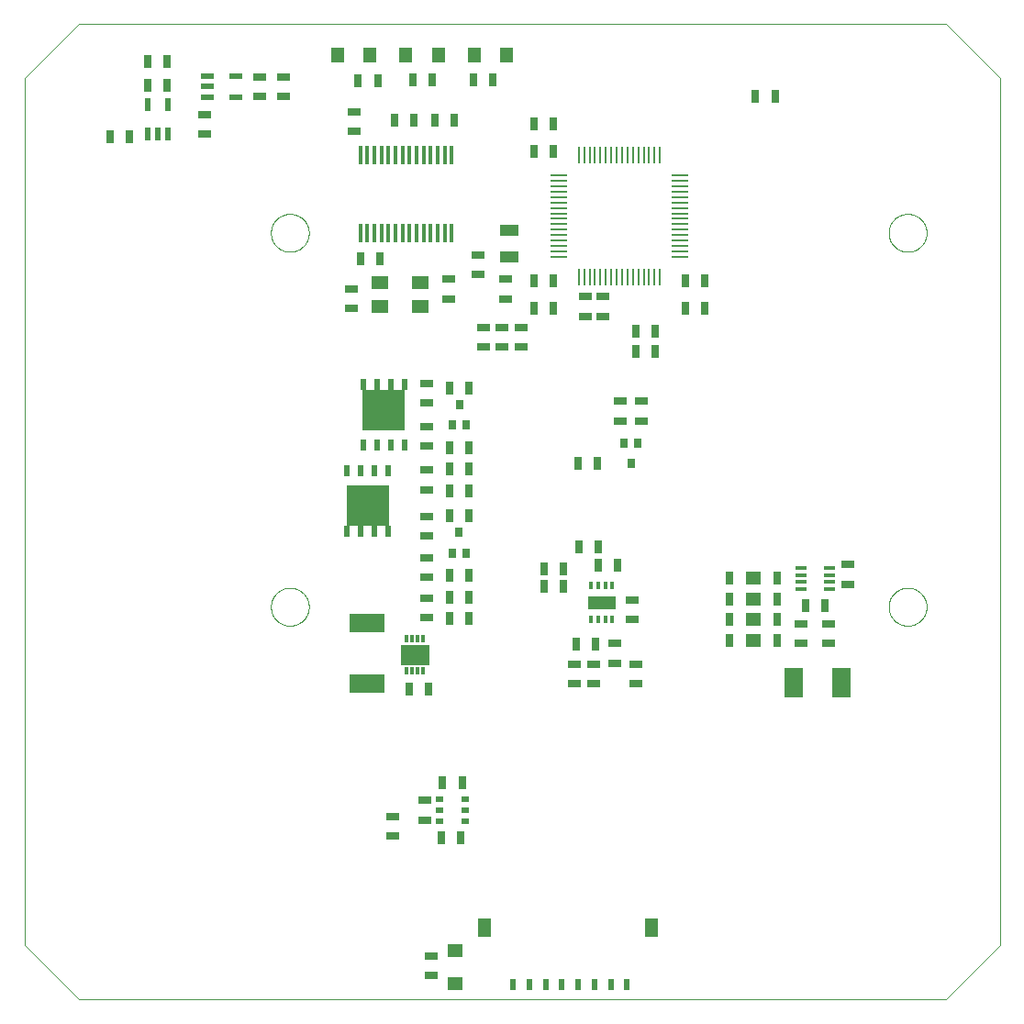
<source format=gtp>
G75*
%MOIN*%
%OFA0B0*%
%FSLAX25Y25*%
%IPPOS*%
%LPD*%
%AMOC8*
5,1,8,0,0,1.08239X$1,22.5*
%
%ADD10R,0.03150X0.04724*%
%ADD11C,0.00000*%
%ADD12R,0.01200X0.03100*%
%ADD13C,0.00100*%
%ADD14R,0.04724X0.02362*%
%ADD15R,0.04724X0.03150*%
%ADD16R,0.02362X0.04724*%
%ADD17R,0.12598X0.07087*%
%ADD18R,0.03937X0.01772*%
%ADD19R,0.01575X0.02756*%
%ADD20R,0.10000X0.05000*%
%ADD21R,0.02756X0.03543*%
%ADD22R,0.07087X0.10630*%
%ADD23R,0.02402X0.04016*%
%ADD24R,0.15394X0.15000*%
%ADD25R,0.00984X0.06102*%
%ADD26R,0.06102X0.00984*%
%ADD27R,0.01575X0.06890*%
%ADD28R,0.07087X0.03937*%
%ADD29R,0.06299X0.04921*%
%ADD30R,0.03937X0.00984*%
%ADD31R,0.00984X0.03937*%
%ADD32R,0.02756X0.02000*%
%ADD33R,0.02362X0.03937*%
%ADD34R,0.04921X0.07087*%
%ADD35R,0.04724X0.05512*%
%ADD36R,0.05512X0.04724*%
D10*
X0142896Y0114117D03*
X0149983Y0114117D03*
X0157502Y0139589D03*
X0164589Y0139589D03*
X0164589Y0147463D03*
X0157502Y0147463D03*
X0157502Y0155337D03*
X0164589Y0155337D03*
X0164589Y0176991D03*
X0157502Y0176991D03*
X0157699Y0186046D03*
X0164786Y0186046D03*
X0164786Y0193920D03*
X0157699Y0193920D03*
X0157699Y0201794D03*
X0164786Y0201794D03*
X0164786Y0223447D03*
X0157699Y0223447D03*
X0188290Y0252384D03*
X0195376Y0252384D03*
X0195376Y0262227D03*
X0188290Y0262227D03*
X0225219Y0243920D03*
X0232306Y0243920D03*
X0232306Y0236636D03*
X0225219Y0236636D03*
X0243250Y0252384D03*
X0250337Y0252384D03*
X0250337Y0262227D03*
X0243250Y0262227D03*
X0195376Y0309471D03*
X0188290Y0309471D03*
X0188290Y0319313D03*
X0195376Y0319313D03*
X0173447Y0335455D03*
X0166361Y0335455D03*
X0151400Y0335455D03*
X0144313Y0335455D03*
X0131518Y0335061D03*
X0124431Y0335061D03*
X0137601Y0320790D03*
X0144687Y0320790D03*
X0152207Y0320790D03*
X0159294Y0320790D03*
X0132286Y0270199D03*
X0125199Y0270199D03*
X0055130Y0333369D03*
X0048044Y0333369D03*
X0048044Y0342119D03*
X0055130Y0342119D03*
X0041380Y0314619D03*
X0034294Y0314619D03*
X0191951Y0157699D03*
X0191951Y0151203D03*
X0199038Y0151203D03*
X0199038Y0157699D03*
X0204550Y0165573D03*
X0211636Y0165573D03*
X0211636Y0159077D03*
X0218723Y0159077D03*
X0210652Y0130337D03*
X0203565Y0130337D03*
X0162148Y0079983D03*
X0155061Y0079983D03*
X0154561Y0059983D03*
X0161648Y0059983D03*
X0259412Y0131695D03*
X0266498Y0131695D03*
X0269412Y0131695D03*
X0276498Y0131695D03*
X0276498Y0139195D03*
X0269412Y0139195D03*
X0266498Y0139195D03*
X0259412Y0139195D03*
X0259412Y0146695D03*
X0266498Y0146695D03*
X0269412Y0146695D03*
X0276498Y0146695D03*
X0276498Y0154195D03*
X0269412Y0154195D03*
X0266498Y0154195D03*
X0259412Y0154195D03*
X0286912Y0144195D03*
X0293998Y0144195D03*
X0211243Y0195888D03*
X0204156Y0195888D03*
X0268802Y0329195D03*
X0275888Y0329195D03*
D11*
X0003172Y0335849D02*
X0003172Y0020888D01*
X0022857Y0001203D01*
X0337817Y0001203D01*
X0357502Y0020888D01*
X0357502Y0335849D01*
X0337817Y0355534D01*
X0022857Y0355534D01*
X0003172Y0335849D01*
X0092738Y0279746D02*
X0092740Y0279915D01*
X0092746Y0280084D01*
X0092757Y0280253D01*
X0092771Y0280421D01*
X0092790Y0280589D01*
X0092813Y0280757D01*
X0092839Y0280924D01*
X0092870Y0281090D01*
X0092905Y0281256D01*
X0092944Y0281420D01*
X0092988Y0281584D01*
X0093035Y0281746D01*
X0093086Y0281907D01*
X0093141Y0282067D01*
X0093200Y0282226D01*
X0093262Y0282383D01*
X0093329Y0282538D01*
X0093400Y0282692D01*
X0093474Y0282844D01*
X0093552Y0282994D01*
X0093633Y0283142D01*
X0093718Y0283288D01*
X0093807Y0283432D01*
X0093899Y0283574D01*
X0093995Y0283713D01*
X0094094Y0283850D01*
X0094196Y0283985D01*
X0094302Y0284117D01*
X0094411Y0284246D01*
X0094523Y0284373D01*
X0094638Y0284497D01*
X0094756Y0284618D01*
X0094877Y0284736D01*
X0095001Y0284851D01*
X0095128Y0284963D01*
X0095257Y0285072D01*
X0095389Y0285178D01*
X0095524Y0285280D01*
X0095661Y0285379D01*
X0095800Y0285475D01*
X0095942Y0285567D01*
X0096086Y0285656D01*
X0096232Y0285741D01*
X0096380Y0285822D01*
X0096530Y0285900D01*
X0096682Y0285974D01*
X0096836Y0286045D01*
X0096991Y0286112D01*
X0097148Y0286174D01*
X0097307Y0286233D01*
X0097467Y0286288D01*
X0097628Y0286339D01*
X0097790Y0286386D01*
X0097954Y0286430D01*
X0098118Y0286469D01*
X0098284Y0286504D01*
X0098450Y0286535D01*
X0098617Y0286561D01*
X0098785Y0286584D01*
X0098953Y0286603D01*
X0099121Y0286617D01*
X0099290Y0286628D01*
X0099459Y0286634D01*
X0099628Y0286636D01*
X0099797Y0286634D01*
X0099966Y0286628D01*
X0100135Y0286617D01*
X0100303Y0286603D01*
X0100471Y0286584D01*
X0100639Y0286561D01*
X0100806Y0286535D01*
X0100972Y0286504D01*
X0101138Y0286469D01*
X0101302Y0286430D01*
X0101466Y0286386D01*
X0101628Y0286339D01*
X0101789Y0286288D01*
X0101949Y0286233D01*
X0102108Y0286174D01*
X0102265Y0286112D01*
X0102420Y0286045D01*
X0102574Y0285974D01*
X0102726Y0285900D01*
X0102876Y0285822D01*
X0103024Y0285741D01*
X0103170Y0285656D01*
X0103314Y0285567D01*
X0103456Y0285475D01*
X0103595Y0285379D01*
X0103732Y0285280D01*
X0103867Y0285178D01*
X0103999Y0285072D01*
X0104128Y0284963D01*
X0104255Y0284851D01*
X0104379Y0284736D01*
X0104500Y0284618D01*
X0104618Y0284497D01*
X0104733Y0284373D01*
X0104845Y0284246D01*
X0104954Y0284117D01*
X0105060Y0283985D01*
X0105162Y0283850D01*
X0105261Y0283713D01*
X0105357Y0283574D01*
X0105449Y0283432D01*
X0105538Y0283288D01*
X0105623Y0283142D01*
X0105704Y0282994D01*
X0105782Y0282844D01*
X0105856Y0282692D01*
X0105927Y0282538D01*
X0105994Y0282383D01*
X0106056Y0282226D01*
X0106115Y0282067D01*
X0106170Y0281907D01*
X0106221Y0281746D01*
X0106268Y0281584D01*
X0106312Y0281420D01*
X0106351Y0281256D01*
X0106386Y0281090D01*
X0106417Y0280924D01*
X0106443Y0280757D01*
X0106466Y0280589D01*
X0106485Y0280421D01*
X0106499Y0280253D01*
X0106510Y0280084D01*
X0106516Y0279915D01*
X0106518Y0279746D01*
X0106516Y0279577D01*
X0106510Y0279408D01*
X0106499Y0279239D01*
X0106485Y0279071D01*
X0106466Y0278903D01*
X0106443Y0278735D01*
X0106417Y0278568D01*
X0106386Y0278402D01*
X0106351Y0278236D01*
X0106312Y0278072D01*
X0106268Y0277908D01*
X0106221Y0277746D01*
X0106170Y0277585D01*
X0106115Y0277425D01*
X0106056Y0277266D01*
X0105994Y0277109D01*
X0105927Y0276954D01*
X0105856Y0276800D01*
X0105782Y0276648D01*
X0105704Y0276498D01*
X0105623Y0276350D01*
X0105538Y0276204D01*
X0105449Y0276060D01*
X0105357Y0275918D01*
X0105261Y0275779D01*
X0105162Y0275642D01*
X0105060Y0275507D01*
X0104954Y0275375D01*
X0104845Y0275246D01*
X0104733Y0275119D01*
X0104618Y0274995D01*
X0104500Y0274874D01*
X0104379Y0274756D01*
X0104255Y0274641D01*
X0104128Y0274529D01*
X0103999Y0274420D01*
X0103867Y0274314D01*
X0103732Y0274212D01*
X0103595Y0274113D01*
X0103456Y0274017D01*
X0103314Y0273925D01*
X0103170Y0273836D01*
X0103024Y0273751D01*
X0102876Y0273670D01*
X0102726Y0273592D01*
X0102574Y0273518D01*
X0102420Y0273447D01*
X0102265Y0273380D01*
X0102108Y0273318D01*
X0101949Y0273259D01*
X0101789Y0273204D01*
X0101628Y0273153D01*
X0101466Y0273106D01*
X0101302Y0273062D01*
X0101138Y0273023D01*
X0100972Y0272988D01*
X0100806Y0272957D01*
X0100639Y0272931D01*
X0100471Y0272908D01*
X0100303Y0272889D01*
X0100135Y0272875D01*
X0099966Y0272864D01*
X0099797Y0272858D01*
X0099628Y0272856D01*
X0099459Y0272858D01*
X0099290Y0272864D01*
X0099121Y0272875D01*
X0098953Y0272889D01*
X0098785Y0272908D01*
X0098617Y0272931D01*
X0098450Y0272957D01*
X0098284Y0272988D01*
X0098118Y0273023D01*
X0097954Y0273062D01*
X0097790Y0273106D01*
X0097628Y0273153D01*
X0097467Y0273204D01*
X0097307Y0273259D01*
X0097148Y0273318D01*
X0096991Y0273380D01*
X0096836Y0273447D01*
X0096682Y0273518D01*
X0096530Y0273592D01*
X0096380Y0273670D01*
X0096232Y0273751D01*
X0096086Y0273836D01*
X0095942Y0273925D01*
X0095800Y0274017D01*
X0095661Y0274113D01*
X0095524Y0274212D01*
X0095389Y0274314D01*
X0095257Y0274420D01*
X0095128Y0274529D01*
X0095001Y0274641D01*
X0094877Y0274756D01*
X0094756Y0274874D01*
X0094638Y0274995D01*
X0094523Y0275119D01*
X0094411Y0275246D01*
X0094302Y0275375D01*
X0094196Y0275507D01*
X0094094Y0275642D01*
X0093995Y0275779D01*
X0093899Y0275918D01*
X0093807Y0276060D01*
X0093718Y0276204D01*
X0093633Y0276350D01*
X0093552Y0276498D01*
X0093474Y0276648D01*
X0093400Y0276800D01*
X0093329Y0276954D01*
X0093262Y0277109D01*
X0093200Y0277266D01*
X0093141Y0277425D01*
X0093086Y0277585D01*
X0093035Y0277746D01*
X0092988Y0277908D01*
X0092944Y0278072D01*
X0092905Y0278236D01*
X0092870Y0278402D01*
X0092839Y0278568D01*
X0092813Y0278735D01*
X0092790Y0278903D01*
X0092771Y0279071D01*
X0092757Y0279239D01*
X0092746Y0279408D01*
X0092740Y0279577D01*
X0092738Y0279746D01*
X0092738Y0143920D02*
X0092740Y0144089D01*
X0092746Y0144258D01*
X0092757Y0144427D01*
X0092771Y0144595D01*
X0092790Y0144763D01*
X0092813Y0144931D01*
X0092839Y0145098D01*
X0092870Y0145264D01*
X0092905Y0145430D01*
X0092944Y0145594D01*
X0092988Y0145758D01*
X0093035Y0145920D01*
X0093086Y0146081D01*
X0093141Y0146241D01*
X0093200Y0146400D01*
X0093262Y0146557D01*
X0093329Y0146712D01*
X0093400Y0146866D01*
X0093474Y0147018D01*
X0093552Y0147168D01*
X0093633Y0147316D01*
X0093718Y0147462D01*
X0093807Y0147606D01*
X0093899Y0147748D01*
X0093995Y0147887D01*
X0094094Y0148024D01*
X0094196Y0148159D01*
X0094302Y0148291D01*
X0094411Y0148420D01*
X0094523Y0148547D01*
X0094638Y0148671D01*
X0094756Y0148792D01*
X0094877Y0148910D01*
X0095001Y0149025D01*
X0095128Y0149137D01*
X0095257Y0149246D01*
X0095389Y0149352D01*
X0095524Y0149454D01*
X0095661Y0149553D01*
X0095800Y0149649D01*
X0095942Y0149741D01*
X0096086Y0149830D01*
X0096232Y0149915D01*
X0096380Y0149996D01*
X0096530Y0150074D01*
X0096682Y0150148D01*
X0096836Y0150219D01*
X0096991Y0150286D01*
X0097148Y0150348D01*
X0097307Y0150407D01*
X0097467Y0150462D01*
X0097628Y0150513D01*
X0097790Y0150560D01*
X0097954Y0150604D01*
X0098118Y0150643D01*
X0098284Y0150678D01*
X0098450Y0150709D01*
X0098617Y0150735D01*
X0098785Y0150758D01*
X0098953Y0150777D01*
X0099121Y0150791D01*
X0099290Y0150802D01*
X0099459Y0150808D01*
X0099628Y0150810D01*
X0099797Y0150808D01*
X0099966Y0150802D01*
X0100135Y0150791D01*
X0100303Y0150777D01*
X0100471Y0150758D01*
X0100639Y0150735D01*
X0100806Y0150709D01*
X0100972Y0150678D01*
X0101138Y0150643D01*
X0101302Y0150604D01*
X0101466Y0150560D01*
X0101628Y0150513D01*
X0101789Y0150462D01*
X0101949Y0150407D01*
X0102108Y0150348D01*
X0102265Y0150286D01*
X0102420Y0150219D01*
X0102574Y0150148D01*
X0102726Y0150074D01*
X0102876Y0149996D01*
X0103024Y0149915D01*
X0103170Y0149830D01*
X0103314Y0149741D01*
X0103456Y0149649D01*
X0103595Y0149553D01*
X0103732Y0149454D01*
X0103867Y0149352D01*
X0103999Y0149246D01*
X0104128Y0149137D01*
X0104255Y0149025D01*
X0104379Y0148910D01*
X0104500Y0148792D01*
X0104618Y0148671D01*
X0104733Y0148547D01*
X0104845Y0148420D01*
X0104954Y0148291D01*
X0105060Y0148159D01*
X0105162Y0148024D01*
X0105261Y0147887D01*
X0105357Y0147748D01*
X0105449Y0147606D01*
X0105538Y0147462D01*
X0105623Y0147316D01*
X0105704Y0147168D01*
X0105782Y0147018D01*
X0105856Y0146866D01*
X0105927Y0146712D01*
X0105994Y0146557D01*
X0106056Y0146400D01*
X0106115Y0146241D01*
X0106170Y0146081D01*
X0106221Y0145920D01*
X0106268Y0145758D01*
X0106312Y0145594D01*
X0106351Y0145430D01*
X0106386Y0145264D01*
X0106417Y0145098D01*
X0106443Y0144931D01*
X0106466Y0144763D01*
X0106485Y0144595D01*
X0106499Y0144427D01*
X0106510Y0144258D01*
X0106516Y0144089D01*
X0106518Y0143920D01*
X0106516Y0143751D01*
X0106510Y0143582D01*
X0106499Y0143413D01*
X0106485Y0143245D01*
X0106466Y0143077D01*
X0106443Y0142909D01*
X0106417Y0142742D01*
X0106386Y0142576D01*
X0106351Y0142410D01*
X0106312Y0142246D01*
X0106268Y0142082D01*
X0106221Y0141920D01*
X0106170Y0141759D01*
X0106115Y0141599D01*
X0106056Y0141440D01*
X0105994Y0141283D01*
X0105927Y0141128D01*
X0105856Y0140974D01*
X0105782Y0140822D01*
X0105704Y0140672D01*
X0105623Y0140524D01*
X0105538Y0140378D01*
X0105449Y0140234D01*
X0105357Y0140092D01*
X0105261Y0139953D01*
X0105162Y0139816D01*
X0105060Y0139681D01*
X0104954Y0139549D01*
X0104845Y0139420D01*
X0104733Y0139293D01*
X0104618Y0139169D01*
X0104500Y0139048D01*
X0104379Y0138930D01*
X0104255Y0138815D01*
X0104128Y0138703D01*
X0103999Y0138594D01*
X0103867Y0138488D01*
X0103732Y0138386D01*
X0103595Y0138287D01*
X0103456Y0138191D01*
X0103314Y0138099D01*
X0103170Y0138010D01*
X0103024Y0137925D01*
X0102876Y0137844D01*
X0102726Y0137766D01*
X0102574Y0137692D01*
X0102420Y0137621D01*
X0102265Y0137554D01*
X0102108Y0137492D01*
X0101949Y0137433D01*
X0101789Y0137378D01*
X0101628Y0137327D01*
X0101466Y0137280D01*
X0101302Y0137236D01*
X0101138Y0137197D01*
X0100972Y0137162D01*
X0100806Y0137131D01*
X0100639Y0137105D01*
X0100471Y0137082D01*
X0100303Y0137063D01*
X0100135Y0137049D01*
X0099966Y0137038D01*
X0099797Y0137032D01*
X0099628Y0137030D01*
X0099459Y0137032D01*
X0099290Y0137038D01*
X0099121Y0137049D01*
X0098953Y0137063D01*
X0098785Y0137082D01*
X0098617Y0137105D01*
X0098450Y0137131D01*
X0098284Y0137162D01*
X0098118Y0137197D01*
X0097954Y0137236D01*
X0097790Y0137280D01*
X0097628Y0137327D01*
X0097467Y0137378D01*
X0097307Y0137433D01*
X0097148Y0137492D01*
X0096991Y0137554D01*
X0096836Y0137621D01*
X0096682Y0137692D01*
X0096530Y0137766D01*
X0096380Y0137844D01*
X0096232Y0137925D01*
X0096086Y0138010D01*
X0095942Y0138099D01*
X0095800Y0138191D01*
X0095661Y0138287D01*
X0095524Y0138386D01*
X0095389Y0138488D01*
X0095257Y0138594D01*
X0095128Y0138703D01*
X0095001Y0138815D01*
X0094877Y0138930D01*
X0094756Y0139048D01*
X0094638Y0139169D01*
X0094523Y0139293D01*
X0094411Y0139420D01*
X0094302Y0139549D01*
X0094196Y0139681D01*
X0094094Y0139816D01*
X0093995Y0139953D01*
X0093899Y0140092D01*
X0093807Y0140234D01*
X0093718Y0140378D01*
X0093633Y0140524D01*
X0093552Y0140672D01*
X0093474Y0140822D01*
X0093400Y0140974D01*
X0093329Y0141128D01*
X0093262Y0141283D01*
X0093200Y0141440D01*
X0093141Y0141599D01*
X0093086Y0141759D01*
X0093035Y0141920D01*
X0092988Y0142082D01*
X0092944Y0142246D01*
X0092905Y0142410D01*
X0092870Y0142576D01*
X0092839Y0142742D01*
X0092813Y0142909D01*
X0092790Y0143077D01*
X0092771Y0143245D01*
X0092757Y0143413D01*
X0092746Y0143582D01*
X0092740Y0143751D01*
X0092738Y0143920D01*
X0317148Y0143920D02*
X0317150Y0144089D01*
X0317156Y0144258D01*
X0317167Y0144427D01*
X0317181Y0144595D01*
X0317200Y0144763D01*
X0317223Y0144931D01*
X0317249Y0145098D01*
X0317280Y0145264D01*
X0317315Y0145430D01*
X0317354Y0145594D01*
X0317398Y0145758D01*
X0317445Y0145920D01*
X0317496Y0146081D01*
X0317551Y0146241D01*
X0317610Y0146400D01*
X0317672Y0146557D01*
X0317739Y0146712D01*
X0317810Y0146866D01*
X0317884Y0147018D01*
X0317962Y0147168D01*
X0318043Y0147316D01*
X0318128Y0147462D01*
X0318217Y0147606D01*
X0318309Y0147748D01*
X0318405Y0147887D01*
X0318504Y0148024D01*
X0318606Y0148159D01*
X0318712Y0148291D01*
X0318821Y0148420D01*
X0318933Y0148547D01*
X0319048Y0148671D01*
X0319166Y0148792D01*
X0319287Y0148910D01*
X0319411Y0149025D01*
X0319538Y0149137D01*
X0319667Y0149246D01*
X0319799Y0149352D01*
X0319934Y0149454D01*
X0320071Y0149553D01*
X0320210Y0149649D01*
X0320352Y0149741D01*
X0320496Y0149830D01*
X0320642Y0149915D01*
X0320790Y0149996D01*
X0320940Y0150074D01*
X0321092Y0150148D01*
X0321246Y0150219D01*
X0321401Y0150286D01*
X0321558Y0150348D01*
X0321717Y0150407D01*
X0321877Y0150462D01*
X0322038Y0150513D01*
X0322200Y0150560D01*
X0322364Y0150604D01*
X0322528Y0150643D01*
X0322694Y0150678D01*
X0322860Y0150709D01*
X0323027Y0150735D01*
X0323195Y0150758D01*
X0323363Y0150777D01*
X0323531Y0150791D01*
X0323700Y0150802D01*
X0323869Y0150808D01*
X0324038Y0150810D01*
X0324207Y0150808D01*
X0324376Y0150802D01*
X0324545Y0150791D01*
X0324713Y0150777D01*
X0324881Y0150758D01*
X0325049Y0150735D01*
X0325216Y0150709D01*
X0325382Y0150678D01*
X0325548Y0150643D01*
X0325712Y0150604D01*
X0325876Y0150560D01*
X0326038Y0150513D01*
X0326199Y0150462D01*
X0326359Y0150407D01*
X0326518Y0150348D01*
X0326675Y0150286D01*
X0326830Y0150219D01*
X0326984Y0150148D01*
X0327136Y0150074D01*
X0327286Y0149996D01*
X0327434Y0149915D01*
X0327580Y0149830D01*
X0327724Y0149741D01*
X0327866Y0149649D01*
X0328005Y0149553D01*
X0328142Y0149454D01*
X0328277Y0149352D01*
X0328409Y0149246D01*
X0328538Y0149137D01*
X0328665Y0149025D01*
X0328789Y0148910D01*
X0328910Y0148792D01*
X0329028Y0148671D01*
X0329143Y0148547D01*
X0329255Y0148420D01*
X0329364Y0148291D01*
X0329470Y0148159D01*
X0329572Y0148024D01*
X0329671Y0147887D01*
X0329767Y0147748D01*
X0329859Y0147606D01*
X0329948Y0147462D01*
X0330033Y0147316D01*
X0330114Y0147168D01*
X0330192Y0147018D01*
X0330266Y0146866D01*
X0330337Y0146712D01*
X0330404Y0146557D01*
X0330466Y0146400D01*
X0330525Y0146241D01*
X0330580Y0146081D01*
X0330631Y0145920D01*
X0330678Y0145758D01*
X0330722Y0145594D01*
X0330761Y0145430D01*
X0330796Y0145264D01*
X0330827Y0145098D01*
X0330853Y0144931D01*
X0330876Y0144763D01*
X0330895Y0144595D01*
X0330909Y0144427D01*
X0330920Y0144258D01*
X0330926Y0144089D01*
X0330928Y0143920D01*
X0330926Y0143751D01*
X0330920Y0143582D01*
X0330909Y0143413D01*
X0330895Y0143245D01*
X0330876Y0143077D01*
X0330853Y0142909D01*
X0330827Y0142742D01*
X0330796Y0142576D01*
X0330761Y0142410D01*
X0330722Y0142246D01*
X0330678Y0142082D01*
X0330631Y0141920D01*
X0330580Y0141759D01*
X0330525Y0141599D01*
X0330466Y0141440D01*
X0330404Y0141283D01*
X0330337Y0141128D01*
X0330266Y0140974D01*
X0330192Y0140822D01*
X0330114Y0140672D01*
X0330033Y0140524D01*
X0329948Y0140378D01*
X0329859Y0140234D01*
X0329767Y0140092D01*
X0329671Y0139953D01*
X0329572Y0139816D01*
X0329470Y0139681D01*
X0329364Y0139549D01*
X0329255Y0139420D01*
X0329143Y0139293D01*
X0329028Y0139169D01*
X0328910Y0139048D01*
X0328789Y0138930D01*
X0328665Y0138815D01*
X0328538Y0138703D01*
X0328409Y0138594D01*
X0328277Y0138488D01*
X0328142Y0138386D01*
X0328005Y0138287D01*
X0327866Y0138191D01*
X0327724Y0138099D01*
X0327580Y0138010D01*
X0327434Y0137925D01*
X0327286Y0137844D01*
X0327136Y0137766D01*
X0326984Y0137692D01*
X0326830Y0137621D01*
X0326675Y0137554D01*
X0326518Y0137492D01*
X0326359Y0137433D01*
X0326199Y0137378D01*
X0326038Y0137327D01*
X0325876Y0137280D01*
X0325712Y0137236D01*
X0325548Y0137197D01*
X0325382Y0137162D01*
X0325216Y0137131D01*
X0325049Y0137105D01*
X0324881Y0137082D01*
X0324713Y0137063D01*
X0324545Y0137049D01*
X0324376Y0137038D01*
X0324207Y0137032D01*
X0324038Y0137030D01*
X0323869Y0137032D01*
X0323700Y0137038D01*
X0323531Y0137049D01*
X0323363Y0137063D01*
X0323195Y0137082D01*
X0323027Y0137105D01*
X0322860Y0137131D01*
X0322694Y0137162D01*
X0322528Y0137197D01*
X0322364Y0137236D01*
X0322200Y0137280D01*
X0322038Y0137327D01*
X0321877Y0137378D01*
X0321717Y0137433D01*
X0321558Y0137492D01*
X0321401Y0137554D01*
X0321246Y0137621D01*
X0321092Y0137692D01*
X0320940Y0137766D01*
X0320790Y0137844D01*
X0320642Y0137925D01*
X0320496Y0138010D01*
X0320352Y0138099D01*
X0320210Y0138191D01*
X0320071Y0138287D01*
X0319934Y0138386D01*
X0319799Y0138488D01*
X0319667Y0138594D01*
X0319538Y0138703D01*
X0319411Y0138815D01*
X0319287Y0138930D01*
X0319166Y0139048D01*
X0319048Y0139169D01*
X0318933Y0139293D01*
X0318821Y0139420D01*
X0318712Y0139549D01*
X0318606Y0139681D01*
X0318504Y0139816D01*
X0318405Y0139953D01*
X0318309Y0140092D01*
X0318217Y0140234D01*
X0318128Y0140378D01*
X0318043Y0140524D01*
X0317962Y0140672D01*
X0317884Y0140822D01*
X0317810Y0140974D01*
X0317739Y0141128D01*
X0317672Y0141283D01*
X0317610Y0141440D01*
X0317551Y0141599D01*
X0317496Y0141759D01*
X0317445Y0141920D01*
X0317398Y0142082D01*
X0317354Y0142246D01*
X0317315Y0142410D01*
X0317280Y0142576D01*
X0317249Y0142742D01*
X0317223Y0142909D01*
X0317200Y0143077D01*
X0317181Y0143245D01*
X0317167Y0143413D01*
X0317156Y0143582D01*
X0317150Y0143751D01*
X0317148Y0143920D01*
X0317148Y0279746D02*
X0317150Y0279915D01*
X0317156Y0280084D01*
X0317167Y0280253D01*
X0317181Y0280421D01*
X0317200Y0280589D01*
X0317223Y0280757D01*
X0317249Y0280924D01*
X0317280Y0281090D01*
X0317315Y0281256D01*
X0317354Y0281420D01*
X0317398Y0281584D01*
X0317445Y0281746D01*
X0317496Y0281907D01*
X0317551Y0282067D01*
X0317610Y0282226D01*
X0317672Y0282383D01*
X0317739Y0282538D01*
X0317810Y0282692D01*
X0317884Y0282844D01*
X0317962Y0282994D01*
X0318043Y0283142D01*
X0318128Y0283288D01*
X0318217Y0283432D01*
X0318309Y0283574D01*
X0318405Y0283713D01*
X0318504Y0283850D01*
X0318606Y0283985D01*
X0318712Y0284117D01*
X0318821Y0284246D01*
X0318933Y0284373D01*
X0319048Y0284497D01*
X0319166Y0284618D01*
X0319287Y0284736D01*
X0319411Y0284851D01*
X0319538Y0284963D01*
X0319667Y0285072D01*
X0319799Y0285178D01*
X0319934Y0285280D01*
X0320071Y0285379D01*
X0320210Y0285475D01*
X0320352Y0285567D01*
X0320496Y0285656D01*
X0320642Y0285741D01*
X0320790Y0285822D01*
X0320940Y0285900D01*
X0321092Y0285974D01*
X0321246Y0286045D01*
X0321401Y0286112D01*
X0321558Y0286174D01*
X0321717Y0286233D01*
X0321877Y0286288D01*
X0322038Y0286339D01*
X0322200Y0286386D01*
X0322364Y0286430D01*
X0322528Y0286469D01*
X0322694Y0286504D01*
X0322860Y0286535D01*
X0323027Y0286561D01*
X0323195Y0286584D01*
X0323363Y0286603D01*
X0323531Y0286617D01*
X0323700Y0286628D01*
X0323869Y0286634D01*
X0324038Y0286636D01*
X0324207Y0286634D01*
X0324376Y0286628D01*
X0324545Y0286617D01*
X0324713Y0286603D01*
X0324881Y0286584D01*
X0325049Y0286561D01*
X0325216Y0286535D01*
X0325382Y0286504D01*
X0325548Y0286469D01*
X0325712Y0286430D01*
X0325876Y0286386D01*
X0326038Y0286339D01*
X0326199Y0286288D01*
X0326359Y0286233D01*
X0326518Y0286174D01*
X0326675Y0286112D01*
X0326830Y0286045D01*
X0326984Y0285974D01*
X0327136Y0285900D01*
X0327286Y0285822D01*
X0327434Y0285741D01*
X0327580Y0285656D01*
X0327724Y0285567D01*
X0327866Y0285475D01*
X0328005Y0285379D01*
X0328142Y0285280D01*
X0328277Y0285178D01*
X0328409Y0285072D01*
X0328538Y0284963D01*
X0328665Y0284851D01*
X0328789Y0284736D01*
X0328910Y0284618D01*
X0329028Y0284497D01*
X0329143Y0284373D01*
X0329255Y0284246D01*
X0329364Y0284117D01*
X0329470Y0283985D01*
X0329572Y0283850D01*
X0329671Y0283713D01*
X0329767Y0283574D01*
X0329859Y0283432D01*
X0329948Y0283288D01*
X0330033Y0283142D01*
X0330114Y0282994D01*
X0330192Y0282844D01*
X0330266Y0282692D01*
X0330337Y0282538D01*
X0330404Y0282383D01*
X0330466Y0282226D01*
X0330525Y0282067D01*
X0330580Y0281907D01*
X0330631Y0281746D01*
X0330678Y0281584D01*
X0330722Y0281420D01*
X0330761Y0281256D01*
X0330796Y0281090D01*
X0330827Y0280924D01*
X0330853Y0280757D01*
X0330876Y0280589D01*
X0330895Y0280421D01*
X0330909Y0280253D01*
X0330920Y0280084D01*
X0330926Y0279915D01*
X0330928Y0279746D01*
X0330926Y0279577D01*
X0330920Y0279408D01*
X0330909Y0279239D01*
X0330895Y0279071D01*
X0330876Y0278903D01*
X0330853Y0278735D01*
X0330827Y0278568D01*
X0330796Y0278402D01*
X0330761Y0278236D01*
X0330722Y0278072D01*
X0330678Y0277908D01*
X0330631Y0277746D01*
X0330580Y0277585D01*
X0330525Y0277425D01*
X0330466Y0277266D01*
X0330404Y0277109D01*
X0330337Y0276954D01*
X0330266Y0276800D01*
X0330192Y0276648D01*
X0330114Y0276498D01*
X0330033Y0276350D01*
X0329948Y0276204D01*
X0329859Y0276060D01*
X0329767Y0275918D01*
X0329671Y0275779D01*
X0329572Y0275642D01*
X0329470Y0275507D01*
X0329364Y0275375D01*
X0329255Y0275246D01*
X0329143Y0275119D01*
X0329028Y0274995D01*
X0328910Y0274874D01*
X0328789Y0274756D01*
X0328665Y0274641D01*
X0328538Y0274529D01*
X0328409Y0274420D01*
X0328277Y0274314D01*
X0328142Y0274212D01*
X0328005Y0274113D01*
X0327866Y0274017D01*
X0327724Y0273925D01*
X0327580Y0273836D01*
X0327434Y0273751D01*
X0327286Y0273670D01*
X0327136Y0273592D01*
X0326984Y0273518D01*
X0326830Y0273447D01*
X0326675Y0273380D01*
X0326518Y0273318D01*
X0326359Y0273259D01*
X0326199Y0273204D01*
X0326038Y0273153D01*
X0325876Y0273106D01*
X0325712Y0273062D01*
X0325548Y0273023D01*
X0325382Y0272988D01*
X0325216Y0272957D01*
X0325049Y0272931D01*
X0324881Y0272908D01*
X0324713Y0272889D01*
X0324545Y0272875D01*
X0324376Y0272864D01*
X0324207Y0272858D01*
X0324038Y0272856D01*
X0323869Y0272858D01*
X0323700Y0272864D01*
X0323531Y0272875D01*
X0323363Y0272889D01*
X0323195Y0272908D01*
X0323027Y0272931D01*
X0322860Y0272957D01*
X0322694Y0272988D01*
X0322528Y0273023D01*
X0322364Y0273062D01*
X0322200Y0273106D01*
X0322038Y0273153D01*
X0321877Y0273204D01*
X0321717Y0273259D01*
X0321558Y0273318D01*
X0321401Y0273380D01*
X0321246Y0273447D01*
X0321092Y0273518D01*
X0320940Y0273592D01*
X0320790Y0273670D01*
X0320642Y0273751D01*
X0320496Y0273836D01*
X0320352Y0273925D01*
X0320210Y0274017D01*
X0320071Y0274113D01*
X0319934Y0274212D01*
X0319799Y0274314D01*
X0319667Y0274420D01*
X0319538Y0274529D01*
X0319411Y0274641D01*
X0319287Y0274756D01*
X0319166Y0274874D01*
X0319048Y0274995D01*
X0318933Y0275119D01*
X0318821Y0275246D01*
X0318712Y0275375D01*
X0318606Y0275507D01*
X0318504Y0275642D01*
X0318405Y0275779D01*
X0318309Y0275918D01*
X0318217Y0276060D01*
X0318128Y0276204D01*
X0318043Y0276350D01*
X0317962Y0276498D01*
X0317884Y0276648D01*
X0317810Y0276800D01*
X0317739Y0276954D01*
X0317672Y0277109D01*
X0317610Y0277266D01*
X0317551Y0277425D01*
X0317496Y0277585D01*
X0317445Y0277746D01*
X0317398Y0277908D01*
X0317354Y0278072D01*
X0317315Y0278236D01*
X0317280Y0278402D01*
X0317249Y0278568D01*
X0317223Y0278735D01*
X0317200Y0278903D01*
X0317181Y0279071D01*
X0317167Y0279239D01*
X0317156Y0279408D01*
X0317150Y0279577D01*
X0317148Y0279746D01*
D12*
X0147975Y0132268D03*
X0146006Y0132268D03*
X0144038Y0132268D03*
X0142069Y0132268D03*
X0142069Y0120768D03*
X0144038Y0120768D03*
X0146006Y0120768D03*
X0147975Y0120768D03*
D13*
X0149922Y0123068D02*
X0149922Y0129968D01*
X0140122Y0129968D01*
X0140122Y0123068D01*
X0149922Y0123068D01*
X0149922Y0123104D02*
X0140122Y0123104D01*
X0140122Y0123202D02*
X0149922Y0123202D01*
X0149922Y0123301D02*
X0140122Y0123301D01*
X0140122Y0123399D02*
X0149922Y0123399D01*
X0149922Y0123498D02*
X0140122Y0123498D01*
X0140122Y0123596D02*
X0149922Y0123596D01*
X0149922Y0123695D02*
X0140122Y0123695D01*
X0140122Y0123793D02*
X0149922Y0123793D01*
X0149922Y0123892D02*
X0140122Y0123892D01*
X0140122Y0123990D02*
X0149922Y0123990D01*
X0149922Y0124089D02*
X0140122Y0124089D01*
X0140122Y0124187D02*
X0149922Y0124187D01*
X0149922Y0124286D02*
X0140122Y0124286D01*
X0140122Y0124384D02*
X0149922Y0124384D01*
X0149922Y0124483D02*
X0140122Y0124483D01*
X0140122Y0124581D02*
X0149922Y0124581D01*
X0149922Y0124680D02*
X0140122Y0124680D01*
X0140122Y0124778D02*
X0149922Y0124778D01*
X0149922Y0124877D02*
X0140122Y0124877D01*
X0140122Y0124975D02*
X0149922Y0124975D01*
X0149922Y0125074D02*
X0140122Y0125074D01*
X0140122Y0125172D02*
X0149922Y0125172D01*
X0149922Y0125271D02*
X0140122Y0125271D01*
X0140122Y0125369D02*
X0149922Y0125369D01*
X0149922Y0125468D02*
X0140122Y0125468D01*
X0140122Y0125566D02*
X0149922Y0125566D01*
X0149922Y0125665D02*
X0140122Y0125665D01*
X0140122Y0125763D02*
X0149922Y0125763D01*
X0149922Y0125862D02*
X0140122Y0125862D01*
X0140122Y0125960D02*
X0149922Y0125960D01*
X0149922Y0126059D02*
X0140122Y0126059D01*
X0140122Y0126158D02*
X0149922Y0126158D01*
X0149922Y0126256D02*
X0140122Y0126256D01*
X0140122Y0126355D02*
X0149922Y0126355D01*
X0149922Y0126453D02*
X0140122Y0126453D01*
X0140122Y0126552D02*
X0149922Y0126552D01*
X0149922Y0126650D02*
X0140122Y0126650D01*
X0140122Y0126749D02*
X0149922Y0126749D01*
X0149922Y0126847D02*
X0140122Y0126847D01*
X0140122Y0126946D02*
X0149922Y0126946D01*
X0149922Y0127044D02*
X0140122Y0127044D01*
X0140122Y0127143D02*
X0149922Y0127143D01*
X0149922Y0127241D02*
X0140122Y0127241D01*
X0140122Y0127340D02*
X0149922Y0127340D01*
X0149922Y0127438D02*
X0140122Y0127438D01*
X0140122Y0127537D02*
X0149922Y0127537D01*
X0149922Y0127635D02*
X0140122Y0127635D01*
X0140122Y0127734D02*
X0149922Y0127734D01*
X0149922Y0127832D02*
X0140122Y0127832D01*
X0140122Y0127931D02*
X0149922Y0127931D01*
X0149922Y0128029D02*
X0140122Y0128029D01*
X0140122Y0128128D02*
X0149922Y0128128D01*
X0149922Y0128226D02*
X0140122Y0128226D01*
X0140122Y0128325D02*
X0149922Y0128325D01*
X0149922Y0128423D02*
X0140122Y0128423D01*
X0140122Y0128522D02*
X0149922Y0128522D01*
X0149922Y0128620D02*
X0140122Y0128620D01*
X0140122Y0128719D02*
X0149922Y0128719D01*
X0149922Y0128817D02*
X0140122Y0128817D01*
X0140122Y0128916D02*
X0149922Y0128916D01*
X0149922Y0129014D02*
X0140122Y0129014D01*
X0140122Y0129113D02*
X0149922Y0129113D01*
X0149922Y0129211D02*
X0140122Y0129211D01*
X0140122Y0129310D02*
X0149922Y0129310D01*
X0149922Y0129408D02*
X0140122Y0129408D01*
X0140122Y0129507D02*
X0149922Y0129507D01*
X0149922Y0129605D02*
X0140122Y0129605D01*
X0140122Y0129704D02*
X0149922Y0129704D01*
X0149922Y0129802D02*
X0140122Y0129802D01*
X0140122Y0129901D02*
X0149922Y0129901D01*
D14*
X0080120Y0329146D03*
X0080120Y0336626D03*
X0069491Y0336626D03*
X0069491Y0332886D03*
X0069491Y0329146D03*
D15*
X0068556Y0322680D03*
X0068556Y0315593D03*
X0088556Y0329343D03*
X0088556Y0336430D03*
X0097306Y0336430D03*
X0097306Y0329343D03*
X0122857Y0323762D03*
X0122857Y0316676D03*
X0168132Y0271754D03*
X0168132Y0264668D03*
X0177975Y0262896D03*
X0177975Y0255809D03*
X0176794Y0245298D03*
X0183487Y0245298D03*
X0183487Y0238211D03*
X0176794Y0238211D03*
X0170101Y0238211D03*
X0170101Y0245298D03*
X0157306Y0255809D03*
X0157306Y0262896D03*
X0121872Y0259294D03*
X0121872Y0252207D03*
X0149431Y0225022D03*
X0149431Y0217935D03*
X0149431Y0209274D03*
X0149431Y0202187D03*
X0149431Y0193526D03*
X0149431Y0186439D03*
X0149431Y0176794D03*
X0149431Y0169707D03*
X0149235Y0161636D03*
X0149235Y0154550D03*
X0149235Y0147069D03*
X0149235Y0139983D03*
X0202975Y0123054D03*
X0202975Y0115967D03*
X0210061Y0115967D03*
X0210061Y0123054D03*
X0217739Y0123447D03*
X0217739Y0130534D03*
X0223841Y0139195D03*
X0223841Y0146282D03*
X0225219Y0123054D03*
X0225219Y0115967D03*
X0285455Y0130652D03*
X0285455Y0137739D03*
X0295455Y0137739D03*
X0295455Y0130652D03*
X0302455Y0152152D03*
X0302455Y0159239D03*
X0227187Y0211439D03*
X0227187Y0218526D03*
X0219707Y0218526D03*
X0219707Y0211439D03*
X0213211Y0249431D03*
X0206912Y0249431D03*
X0206912Y0256518D03*
X0213211Y0256518D03*
X0148605Y0073526D03*
X0148605Y0066439D03*
X0136912Y0067699D03*
X0136912Y0060613D03*
X0150888Y0017109D03*
X0150888Y0010022D03*
D16*
X0055327Y0315554D03*
X0051587Y0315554D03*
X0047847Y0315554D03*
X0047847Y0326183D03*
X0055327Y0326183D03*
D17*
X0127542Y0137975D03*
X0127542Y0115928D03*
D18*
X0285337Y0150357D03*
X0285337Y0152916D03*
X0285337Y0155475D03*
X0285337Y0158034D03*
X0295573Y0158034D03*
X0295573Y0155475D03*
X0295573Y0152916D03*
X0295573Y0150357D03*
D19*
X0216754Y0151597D03*
X0214195Y0151597D03*
X0211636Y0151597D03*
X0209077Y0151597D03*
X0209077Y0139195D03*
X0211636Y0139195D03*
X0214195Y0139195D03*
X0216754Y0139195D03*
D20*
X0213014Y0145494D03*
D21*
X0223526Y0195849D03*
X0220967Y0203329D03*
X0226085Y0203329D03*
X0163802Y0209865D03*
X0158683Y0209865D03*
X0161243Y0217345D03*
X0161046Y0170888D03*
X0163605Y0163408D03*
X0158487Y0163408D03*
D22*
X0282502Y0116361D03*
X0299825Y0116361D03*
D23*
X0141183Y0202601D03*
X0136183Y0202601D03*
X0131183Y0202601D03*
X0126183Y0202601D03*
X0125475Y0193309D03*
X0120475Y0193309D03*
X0130475Y0193309D03*
X0135475Y0193309D03*
X0135475Y0171302D03*
X0130475Y0171302D03*
X0125475Y0171302D03*
X0120475Y0171302D03*
X0126183Y0224609D03*
X0131183Y0224609D03*
X0136183Y0224609D03*
X0141183Y0224609D03*
D24*
X0133683Y0215337D03*
X0127975Y0180573D03*
D25*
X0204550Y0263802D03*
X0206518Y0263802D03*
X0208487Y0263802D03*
X0210455Y0263802D03*
X0212424Y0263802D03*
X0214392Y0263802D03*
X0216361Y0263802D03*
X0218329Y0263802D03*
X0220298Y0263802D03*
X0222266Y0263802D03*
X0224235Y0263802D03*
X0226203Y0263802D03*
X0228172Y0263802D03*
X0230140Y0263802D03*
X0232109Y0263802D03*
X0234077Y0263802D03*
X0234077Y0307896D03*
X0232109Y0307896D03*
X0230140Y0307896D03*
X0228172Y0307896D03*
X0226203Y0307896D03*
X0224235Y0307896D03*
X0222266Y0307896D03*
X0220298Y0307896D03*
X0218329Y0307896D03*
X0216361Y0307896D03*
X0214392Y0307896D03*
X0212424Y0307896D03*
X0210455Y0307896D03*
X0208487Y0307896D03*
X0206518Y0307896D03*
X0204550Y0307896D03*
D26*
X0197266Y0300613D03*
X0197266Y0298644D03*
X0197266Y0296676D03*
X0197266Y0294707D03*
X0197266Y0292739D03*
X0197266Y0290770D03*
X0197266Y0288802D03*
X0197266Y0286833D03*
X0197266Y0284865D03*
X0197266Y0282896D03*
X0197266Y0280928D03*
X0197266Y0278959D03*
X0197266Y0276991D03*
X0197266Y0275022D03*
X0197266Y0273054D03*
X0197266Y0271085D03*
X0241361Y0271085D03*
X0241361Y0273054D03*
X0241361Y0275022D03*
X0241361Y0276991D03*
X0241361Y0278959D03*
X0241361Y0280928D03*
X0241361Y0282896D03*
X0241361Y0284865D03*
X0241361Y0286833D03*
X0241361Y0288802D03*
X0241361Y0290770D03*
X0241361Y0292739D03*
X0241361Y0294707D03*
X0241361Y0296676D03*
X0241361Y0298644D03*
X0241361Y0300613D03*
D27*
X0158447Y0307896D03*
X0155888Y0307896D03*
X0153329Y0307896D03*
X0150770Y0307896D03*
X0148211Y0307896D03*
X0145652Y0307896D03*
X0143093Y0307896D03*
X0140534Y0307896D03*
X0137975Y0307896D03*
X0135416Y0307896D03*
X0132857Y0307896D03*
X0130298Y0307896D03*
X0127739Y0307896D03*
X0125180Y0307896D03*
X0125180Y0279550D03*
X0127739Y0279550D03*
X0130298Y0279550D03*
X0132857Y0279550D03*
X0135416Y0279550D03*
X0137975Y0279550D03*
X0140534Y0279550D03*
X0143093Y0279550D03*
X0145652Y0279550D03*
X0148211Y0279550D03*
X0150770Y0279550D03*
X0153329Y0279550D03*
X0155888Y0279550D03*
X0158447Y0279550D03*
D28*
X0179313Y0280770D03*
X0179313Y0270928D03*
D29*
X0146951Y0261715D03*
X0146951Y0253054D03*
X0132384Y0253054D03*
X0132384Y0261715D03*
D30*
X0122857Y0315967D03*
D31*
X0145002Y0320790D03*
X0196146Y0319318D03*
X0132601Y0270199D03*
X0196069Y0252454D03*
X0242787Y0252254D03*
D32*
X0163180Y0073920D03*
X0163180Y0069983D03*
X0163180Y0066046D03*
X0154030Y0066046D03*
X0154030Y0069983D03*
X0154030Y0073920D03*
D33*
X0180731Y0006715D03*
X0186636Y0006715D03*
X0192542Y0006715D03*
X0198447Y0006715D03*
X0204353Y0006715D03*
X0210258Y0006715D03*
X0216164Y0006715D03*
X0222069Y0006715D03*
D34*
X0231144Y0027187D03*
X0170475Y0027187D03*
D35*
X0166557Y0344313D03*
X0178369Y0344313D03*
X0153565Y0344313D03*
X0141754Y0344313D03*
X0128762Y0344313D03*
X0116951Y0344313D03*
D36*
X0159628Y0018920D03*
X0159628Y0007109D03*
M02*

</source>
